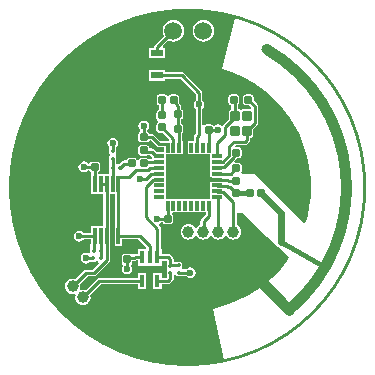
<source format=gtl>
G04*
G04 #@! TF.GenerationSoftware,Altium Limited,Altium Designer,19.0.10 (269)*
G04*
G04 Layer_Physical_Order=1*
G04 Layer_Color=255*
%FSLAX44Y44*%
%MOMM*%
G71*
G01*
G75*
%ADD10C,0.8890*%
%ADD11R,0.4000X1.1000*%
%ADD12R,0.3000X1.4000*%
%ADD13R,1.1000X0.6000*%
%ADD14R,3.6000X3.6000*%
%ADD15R,0.3000X0.8500*%
%ADD16R,0.8500X0.3000*%
G04:AMPARAMS|DCode=17|XSize=0.6mm|YSize=0.6mm|CornerRadius=0.075mm|HoleSize=0mm|Usage=FLASHONLY|Rotation=0.000|XOffset=0mm|YOffset=0mm|HoleType=Round|Shape=RoundedRectangle|*
%AMROUNDEDRECTD17*
21,1,0.6000,0.4500,0,0,0.0*
21,1,0.4500,0.6000,0,0,0.0*
1,1,0.1500,0.2250,-0.2250*
1,1,0.1500,-0.2250,-0.2250*
1,1,0.1500,-0.2250,0.2250*
1,1,0.1500,0.2250,0.2250*
%
%ADD17ROUNDEDRECTD17*%
G04:AMPARAMS|DCode=18|XSize=0.6mm|YSize=0.6mm|CornerRadius=0.075mm|HoleSize=0mm|Usage=FLASHONLY|Rotation=270.000|XOffset=0mm|YOffset=0mm|HoleType=Round|Shape=RoundedRectangle|*
%AMROUNDEDRECTD18*
21,1,0.6000,0.4500,0,0,270.0*
21,1,0.4500,0.6000,0,0,270.0*
1,1,0.1500,-0.2250,-0.2250*
1,1,0.1500,-0.2250,0.2250*
1,1,0.1500,0.2250,0.2250*
1,1,0.1500,0.2250,-0.2250*
%
%ADD18ROUNDEDRECTD18*%
G04:AMPARAMS|DCode=19|XSize=0.875mm|YSize=0.775mm|CornerRadius=0.0969mm|HoleSize=0mm|Usage=FLASHONLY|Rotation=270.000|XOffset=0mm|YOffset=0mm|HoleType=Round|Shape=RoundedRectangle|*
%AMROUNDEDRECTD19*
21,1,0.8750,0.5813,0,0,270.0*
21,1,0.6813,0.7750,0,0,270.0*
1,1,0.1938,-0.2906,-0.3406*
1,1,0.1938,-0.2906,0.3406*
1,1,0.1938,0.2906,0.3406*
1,1,0.1938,0.2906,-0.3406*
%
%ADD19ROUNDEDRECTD19*%
G04:AMPARAMS|DCode=20|XSize=0.3mm|YSize=0.3mm|CornerRadius=0.0375mm|HoleSize=0mm|Usage=FLASHONLY|Rotation=270.000|XOffset=0mm|YOffset=0mm|HoleType=Round|Shape=RoundedRectangle|*
%AMROUNDEDRECTD20*
21,1,0.3000,0.2250,0,0,270.0*
21,1,0.2250,0.3000,0,0,270.0*
1,1,0.0750,-0.1125,-0.1125*
1,1,0.0750,-0.1125,0.1125*
1,1,0.0750,0.1125,0.1125*
1,1,0.0750,0.1125,-0.1125*
%
%ADD20ROUNDEDRECTD20*%
G04:AMPARAMS|DCode=21|XSize=0.3mm|YSize=0.3mm|CornerRadius=0.0375mm|HoleSize=0mm|Usage=FLASHONLY|Rotation=0.000|XOffset=0mm|YOffset=0mm|HoleType=Round|Shape=RoundedRectangle|*
%AMROUNDEDRECTD21*
21,1,0.3000,0.2250,0,0,0.0*
21,1,0.2250,0.3000,0,0,0.0*
1,1,0.0750,0.1125,-0.1125*
1,1,0.0750,-0.1125,-0.1125*
1,1,0.0750,-0.1125,0.1125*
1,1,0.0750,0.1125,0.1125*
%
%ADD21ROUNDEDRECTD21*%
%ADD22C,0.2500*%
%ADD23C,0.5588*%
%ADD24C,0.4572*%
%ADD25C,0.2540*%
%ADD26C,1.5200*%
%ADD27C,1.0000*%
%ADD28C,0.6000*%
G36*
X236592Y482323D02*
X248234Y480479D01*
X258812Y477940D01*
X259463Y476849D01*
X248056Y433832D01*
X256864Y430844D01*
X266129Y426720D01*
X274800Y421640D01*
X284480Y414772D01*
X292608Y407496D01*
X299720Y399823D01*
X305483Y391958D01*
X310896Y383308D01*
X313944Y377386D01*
X316992Y369892D01*
X320040Y359908D01*
X322072Y350892D01*
X323088Y340521D01*
Y325120D01*
X322072Y316992D01*
X320847Y309905D01*
X319213Y303680D01*
X317799Y303289D01*
X317796Y303290D01*
X303784Y316992D01*
X275320Y344827D01*
X265001Y344857D01*
X264380Y346129D01*
X264545Y346376D01*
X264720Y347254D01*
Y351754D01*
X264545Y352632D01*
X264048Y353376D01*
X263304Y353873D01*
X262426Y354048D01*
X259169D01*
X258643Y355318D01*
X260409Y357084D01*
X261017Y357993D01*
X261051Y358168D01*
X262426D01*
X263304Y358343D01*
X264048Y358840D01*
X264545Y359584D01*
X264720Y360462D01*
Y364962D01*
X264545Y365840D01*
X264048Y366584D01*
X263304Y367081D01*
X262426Y367256D01*
X260074D01*
X259438Y368526D01*
X259833Y369052D01*
X267421D01*
X268494Y369266D01*
X269404Y369873D01*
X271123Y371593D01*
X271731Y372503D01*
X271944Y373576D01*
Y374798D01*
X272904Y374989D01*
X273721Y375535D01*
X274267Y376352D01*
X274458Y377315D01*
Y382679D01*
X277643Y385863D01*
X278250Y386773D01*
X278464Y387846D01*
Y402092D01*
X278250Y403165D01*
X277643Y404075D01*
X274800Y406917D01*
Y409746D01*
X274625Y410624D01*
X274128Y411368D01*
X273384Y411865D01*
X272506Y412040D01*
X268006D01*
X267128Y411865D01*
X266384Y411368D01*
X265887Y410624D01*
X265712Y409746D01*
Y405246D01*
X265887Y404368D01*
X266384Y403624D01*
X267128Y403127D01*
X268006Y402952D01*
X270835D01*
X272518Y401269D01*
X272464Y399823D01*
X271941Y399394D01*
X266129D01*
X265166Y399203D01*
X265144Y399188D01*
X264160Y398743D01*
X263176Y399188D01*
X263155Y399203D01*
X262191Y399394D01*
X261478D01*
Y403318D01*
X261936Y403624D01*
X262433Y404368D01*
X262608Y405246D01*
Y409746D01*
X262433Y410624D01*
X261936Y411368D01*
X261192Y411865D01*
X260314Y412040D01*
X255814D01*
X254936Y411865D01*
X254192Y411368D01*
X253695Y410624D01*
X253520Y409746D01*
Y405246D01*
X253695Y404368D01*
X254192Y403624D01*
X254936Y403127D01*
X255814Y402952D01*
X255871D01*
Y399293D01*
X255415Y399203D01*
X254599Y398657D01*
X254053Y397840D01*
X253862Y396877D01*
Y391513D01*
X248764Y386416D01*
X248157Y385506D01*
X248056Y385464D01*
X246753Y386335D01*
X244997Y386684D01*
X243241Y386335D01*
X242222Y385654D01*
X241605Y385418D01*
X240622Y385935D01*
X240600Y385968D01*
X239856Y386465D01*
X238978Y386640D01*
X234478D01*
X233600Y386465D01*
X232856Y385968D01*
X232674Y385696D01*
X231404Y386081D01*
Y399954D01*
X231844Y400248D01*
X232839Y401736D01*
X233188Y403492D01*
X232839Y405248D01*
X231844Y406737D01*
X231404Y407031D01*
Y413512D01*
X231190Y414585D01*
X230583Y415495D01*
X216055Y430023D01*
X215145Y430630D01*
X214072Y430844D01*
X200040D01*
Y432540D01*
X186040D01*
Y423540D01*
X200040D01*
Y425236D01*
X212911D01*
X225796Y412351D01*
Y407031D01*
X225356Y406737D01*
X224361Y405248D01*
X224012Y403492D01*
X224361Y401736D01*
X225356Y400248D01*
X225796Y399954D01*
Y378908D01*
X224973Y378086D01*
X224366Y377176D01*
X224152Y376103D01*
Y372642D01*
X218956D01*
Y361142D01*
X238206D01*
Y351892D01*
Y341892D01*
X239776D01*
Y337892D01*
X238206D01*
Y331892D01*
Y323642D01*
X200706D01*
Y331892D01*
Y341892D01*
Y351892D01*
Y361142D01*
X214956D01*
Y372642D01*
X214510D01*
Y379528D01*
X214761Y379904D01*
X214936Y380782D01*
Y385282D01*
X214761Y386160D01*
X214264Y386904D01*
X213520Y387402D01*
X213236Y387458D01*
Y390782D01*
X213600Y390855D01*
X214344Y391352D01*
X214841Y392096D01*
X215016Y392974D01*
Y397474D01*
X214841Y398352D01*
X214344Y399096D01*
X213600Y399594D01*
X213276Y399658D01*
Y401974D01*
X213062Y403047D01*
X212455Y403957D01*
X211758Y404654D01*
Y405666D01*
X211748Y405715D01*
Y409666D01*
X211573Y410544D01*
X211076Y411288D01*
X210332Y411785D01*
X209454Y411960D01*
X204954D01*
X204076Y411785D01*
X203332Y411288D01*
X202864Y410589D01*
X202576Y410544D01*
X201837D01*
X201548Y410589D01*
X201081Y411288D01*
X200337Y411785D01*
X199459Y411960D01*
X194959D01*
X194081Y411785D01*
X193337Y411288D01*
X192839Y410544D01*
X192665Y409666D01*
Y405166D01*
X192839Y404288D01*
X193337Y403544D01*
X194081Y403047D01*
X194353Y402993D01*
Y398652D01*
X193976Y398577D01*
X193232Y398080D01*
X192735Y397336D01*
X192560Y396458D01*
Y391958D01*
X192735Y391080D01*
X193232Y390336D01*
X193931Y389869D01*
X193976Y389580D01*
Y388841D01*
X193931Y388553D01*
X193232Y388085D01*
X192735Y387341D01*
X192560Y386463D01*
Y381963D01*
X192735Y381085D01*
X193232Y380341D01*
X193976Y379844D01*
X194854Y379669D01*
X197683D01*
X203440Y373912D01*
X202914Y372642D01*
X201977D01*
X201706Y372696D01*
X195803D01*
X190597Y377903D01*
X189687Y378510D01*
X188614Y378724D01*
X186298D01*
X186233Y379048D01*
X185736Y379792D01*
X184992Y380289D01*
X184730Y380341D01*
X184721Y381561D01*
X185108Y381820D01*
X186103Y383308D01*
X186452Y385064D01*
X186103Y386820D01*
X185108Y388308D01*
X183620Y389303D01*
X181864Y389652D01*
X180108Y389303D01*
X178620Y388308D01*
X177625Y386820D01*
X177276Y385064D01*
X177625Y383308D01*
X178620Y381820D01*
X179007Y381561D01*
X178998Y380341D01*
X178736Y380289D01*
X177992Y379792D01*
X177495Y379048D01*
X177320Y378170D01*
Y373670D01*
X177495Y372792D01*
X177992Y372048D01*
X178736Y371551D01*
X179614Y371376D01*
X184114D01*
X184992Y371551D01*
X185736Y372048D01*
X186233Y372792D01*
X186261Y372928D01*
X187505Y373064D01*
X192659Y367909D01*
X193569Y367302D01*
X194642Y367088D01*
X198956D01*
Y362892D01*
X193171D01*
X190517Y365547D01*
X189607Y366154D01*
X188534Y366368D01*
X186328D01*
Y366994D01*
X186153Y367872D01*
X185656Y368616D01*
X184912Y369113D01*
X184034Y369288D01*
X179534D01*
X178656Y369113D01*
X177912Y368616D01*
X177415Y367872D01*
X177240Y366994D01*
Y362494D01*
X177415Y361616D01*
X177912Y360872D01*
X178656Y360374D01*
X179534Y360200D01*
X184034D01*
X184912Y360374D01*
X185489Y360760D01*
X187373D01*
X189206Y358927D01*
Y357446D01*
X185648D01*
X184912Y357937D01*
X184034Y358112D01*
X179534D01*
X178656Y357937D01*
X177912Y357440D01*
X177441Y356735D01*
X177199Y356696D01*
X176369D01*
X176127Y356735D01*
X175656Y357440D01*
X174912Y357937D01*
X174034Y358112D01*
X169534D01*
X168656Y357937D01*
X167912Y357440D01*
X167415Y356696D01*
X167313Y356186D01*
X165034D01*
X163961Y355973D01*
X163051Y355365D01*
X160616Y352929D01*
X160419D01*
X159687Y352783D01*
X159570Y352705D01*
X158300Y353332D01*
Y355765D01*
X158339Y355823D01*
X158485Y356555D01*
Y358805D01*
X158339Y359537D01*
X157925Y360157D01*
Y361203D01*
X158339Y361823D01*
X158485Y362555D01*
Y364805D01*
X158339Y365537D01*
X158252Y365667D01*
Y367337D01*
X158692Y367632D01*
X159687Y369120D01*
X160036Y370876D01*
X159687Y372632D01*
X158692Y374120D01*
X157204Y375115D01*
X155448Y375464D01*
X153692Y375115D01*
X152204Y374120D01*
X151209Y372632D01*
X150860Y370876D01*
X151209Y369120D01*
X152204Y367632D01*
X152644Y367337D01*
Y365667D01*
X152557Y365537D01*
X152411Y364805D01*
Y362555D01*
X152557Y361823D01*
X152971Y361203D01*
Y360157D01*
X152557Y359537D01*
X152411Y358805D01*
Y356555D01*
X152557Y355823D01*
X152692Y355621D01*
Y351808D01*
X152653Y351749D01*
X152507Y351017D01*
Y348767D01*
X152652Y348039D01*
Y344444D01*
X143092D01*
Y346182D01*
X143336Y346231D01*
X144080Y346728D01*
X144577Y347472D01*
X144752Y348350D01*
Y352850D01*
X144577Y353728D01*
X144080Y354472D01*
X143336Y354969D01*
X142458Y355144D01*
X137958D01*
X137080Y354969D01*
X136336Y354472D01*
X135838Y353728D01*
X135787Y353466D01*
X134567Y353457D01*
X134308Y353844D01*
X132820Y354839D01*
X131064Y355188D01*
X129308Y354839D01*
X127820Y353844D01*
X126825Y352356D01*
X126476Y350600D01*
X126825Y348844D01*
X127820Y347356D01*
X129308Y346361D01*
X131064Y346012D01*
X132820Y346361D01*
X134308Y347356D01*
X134567Y347743D01*
X135787Y347734D01*
X135838Y347472D01*
X136336Y346728D01*
X137080Y346231D01*
X137484Y346150D01*
Y344444D01*
X137368D01*
Y327444D01*
X147564D01*
Y300444D01*
X137368D01*
Y294748D01*
X130891D01*
X130596Y295188D01*
X129108Y296183D01*
X127352Y296532D01*
X125596Y296183D01*
X124108Y295188D01*
X123113Y293700D01*
X122764Y291944D01*
X123113Y290188D01*
X124108Y288700D01*
X125596Y287705D01*
X127352Y287356D01*
X129108Y287705D01*
X130596Y288700D01*
X130891Y289140D01*
X137368D01*
Y287401D01*
X136778Y286517D01*
X136564Y285444D01*
Y281387D01*
X136477Y281257D01*
X136331Y280525D01*
Y278275D01*
X136366Y278102D01*
X135223Y277338D01*
X134916Y277543D01*
X133160Y277892D01*
X131404Y277543D01*
X129916Y276548D01*
X128921Y275060D01*
X128572Y273304D01*
X128921Y271548D01*
X129916Y270060D01*
X131404Y269065D01*
X133160Y268716D01*
X134916Y269065D01*
X136404Y270060D01*
X137383Y270413D01*
X138115Y270267D01*
X140365D01*
X141097Y270413D01*
X141717Y270827D01*
X142763D01*
X143308Y270464D01*
X143393Y270369D01*
X143696Y269056D01*
X138353Y263713D01*
X133066D01*
X131993Y263500D01*
X131083Y262892D01*
X123838Y255647D01*
X123572Y255769D01*
X121884Y256051D01*
X120181Y255887D01*
X118577Y255288D01*
X117184Y254294D01*
X116095Y252973D01*
X115386Y251416D01*
X115103Y249728D01*
X115267Y248024D01*
X115867Y246421D01*
X116861Y245028D01*
X118181Y243939D01*
X119739Y243230D01*
X121426Y242947D01*
X123130Y243111D01*
X124047Y242128D01*
X123765Y240440D01*
X123929Y238736D01*
X124528Y237133D01*
X125522Y235740D01*
X126842Y234651D01*
X128400Y233941D01*
X130088Y233659D01*
X131791Y233823D01*
X133395Y234422D01*
X134788Y235416D01*
X135877Y236737D01*
X136586Y238294D01*
X136869Y239982D01*
X136705Y241686D01*
X136447Y242376D01*
X145267Y251196D01*
X176944D01*
Y247000D01*
X183944D01*
Y261000D01*
X176944D01*
Y256804D01*
X144106D01*
X143033Y256590D01*
X142123Y255983D01*
X132500Y246359D01*
X132233Y246481D01*
X130546Y246763D01*
X128842Y246599D01*
X127925Y247582D01*
X128207Y249270D01*
X128043Y250974D01*
X127785Y251664D01*
X134227Y258106D01*
X139515D01*
X140588Y258319D01*
X141497Y258927D01*
X152351Y269780D01*
X152958Y270690D01*
X153172Y271763D01*
Y283444D01*
X153368D01*
Y300444D01*
X153172D01*
Y327444D01*
X157564D01*
Y300444D01*
X157368D01*
Y283444D01*
X163368D01*
Y289140D01*
X177223D01*
X184093Y282270D01*
X184026Y281000D01*
X176944D01*
Y277044D01*
X174694D01*
X173621Y276830D01*
X173366Y276660D01*
X170676D01*
X169810Y276832D01*
X165310D01*
X164432Y276657D01*
X163688Y276160D01*
X163191Y275416D01*
X163016Y274538D01*
Y270038D01*
X163191Y269160D01*
X163656Y268464D01*
X164269Y267535D01*
X163965Y266819D01*
X163361Y265916D01*
X163012Y264160D01*
X163361Y262404D01*
X164356Y260916D01*
X165844Y259921D01*
X167600Y259572D01*
X169356Y259921D01*
X170844Y260916D01*
X171839Y262404D01*
X172188Y264160D01*
X171839Y265916D01*
X171210Y266856D01*
X170897Y267494D01*
X171489Y268501D01*
X171929Y269160D01*
X172104Y270038D01*
Y271052D01*
X174310D01*
X175383Y271266D01*
X175638Y271436D01*
X176944D01*
Y267000D01*
X196944D01*
Y271196D01*
X201343D01*
X201412Y271127D01*
Y269099D01*
X201325Y268969D01*
X201179Y268237D01*
Y265987D01*
X201325Y265255D01*
X201739Y264635D01*
Y263589D01*
X201325Y262969D01*
X201179Y262237D01*
Y259987D01*
X201325Y259255D01*
X201412Y259125D01*
Y257169D01*
X201047Y256804D01*
X196944D01*
Y261000D01*
X189944D01*
Y247000D01*
X196944D01*
Y251196D01*
X202208D01*
X203281Y251410D01*
X204191Y252017D01*
X206199Y254025D01*
X206806Y254935D01*
X207020Y256008D01*
Y259125D01*
X207107Y259255D01*
X207129Y259367D01*
X208424D01*
X208437Y259303D01*
X208851Y258683D01*
X209471Y258269D01*
X210203Y258123D01*
X212453D01*
X213185Y258269D01*
X213315Y258356D01*
X217771D01*
X218066Y257916D01*
X219554Y256921D01*
X221310Y256572D01*
X223066Y256921D01*
X224554Y257916D01*
X225549Y259404D01*
X225898Y261160D01*
X225549Y262916D01*
X224554Y264404D01*
X223066Y265399D01*
X221310Y265748D01*
X219554Y265399D01*
X218066Y264404D01*
X217771Y263964D01*
X214840D01*
X214173Y265234D01*
X214219Y265303D01*
X214365Y266035D01*
Y268285D01*
X214219Y269017D01*
X213805Y269637D01*
X213185Y270051D01*
X212453Y270197D01*
X210203D01*
X209471Y270051D01*
X209305Y269940D01*
X207020D01*
Y272288D01*
X206806Y273361D01*
X206199Y274271D01*
X204487Y275983D01*
X203577Y276590D01*
X202504Y276804D01*
X196944D01*
Y281000D01*
X196248D01*
Y298296D01*
X196034Y299369D01*
X195427Y300279D01*
X194344Y301361D01*
X194672Y302443D01*
X194863Y302638D01*
X196284Y303588D01*
X196543Y303975D01*
X197763Y303966D01*
X197815Y303704D01*
X198312Y302960D01*
X199056Y302463D01*
X199934Y302288D01*
X204434D01*
X205312Y302463D01*
X206056Y302960D01*
X206553Y303704D01*
X206728Y304582D01*
Y309082D01*
X206553Y309960D01*
X206056Y310704D01*
X205805Y310872D01*
X206190Y312142D01*
X234152D01*
Y309905D01*
X230636Y306389D01*
X230028Y305479D01*
X229815Y304406D01*
Y301663D01*
X229019Y301334D01*
X227661Y300292D01*
X226619Y298934D01*
X225275D01*
X224233Y300292D01*
X222875Y301334D01*
X221294Y301989D01*
X219597Y302212D01*
X217900Y301989D01*
X216319Y301334D01*
X214961Y300292D01*
X213919Y298934D01*
X213264Y297353D01*
X213041Y295656D01*
X213264Y293959D01*
X213919Y292378D01*
X214961Y291020D01*
X216319Y289978D01*
X217900Y289323D01*
X219597Y289100D01*
X221294Y289323D01*
X222875Y289978D01*
X224233Y291020D01*
X225275Y292378D01*
X226619D01*
X227661Y291020D01*
X229019Y289978D01*
X230600Y289323D01*
X232297Y289100D01*
X233994Y289323D01*
X235575Y289978D01*
X236933Y291020D01*
X237975Y292378D01*
X239319D01*
X240361Y291020D01*
X241719Y289978D01*
X243300Y289323D01*
X244997Y289100D01*
X246694Y289323D01*
X248275Y289978D01*
X249633Y291020D01*
X250675Y292378D01*
X252019D01*
X253061Y291020D01*
X254419Y289978D01*
X256000Y289323D01*
X257697Y289100D01*
X259394Y289323D01*
X260975Y289978D01*
X262333Y291020D01*
X263375Y292378D01*
X264030Y293959D01*
X264253Y295656D01*
X264030Y297353D01*
X263375Y298934D01*
X262333Y300292D01*
X260975Y301334D01*
X260501Y301530D01*
Y311912D01*
X265824D01*
X286144Y291592D01*
X305156Y274116D01*
X302775Y270690D01*
X297688Y264160D01*
X290576Y256921D01*
X282448Y249848D01*
X271249Y242376D01*
X259695Y236728D01*
X248845Y232784D01*
X240281Y230465D01*
X249936Y186944D01*
X249936Y186944D01*
X249936D01*
X248939Y186186D01*
X248234Y186017D01*
X236592Y184173D01*
X224841Y183248D01*
X218948Y183248D01*
X213055D01*
X201304Y184173D01*
X189662Y186017D01*
X178200Y188768D01*
X166990Y192411D01*
X156101Y196921D01*
X145598Y202273D01*
X135548Y208431D01*
X126012Y215360D01*
X117049Y223015D01*
X108715Y231349D01*
X101060Y240312D01*
X94131Y249848D01*
X87973Y259898D01*
X82621Y270401D01*
X78111Y281290D01*
X74468Y292500D01*
X71717Y303962D01*
X69873Y315604D01*
X68948Y327355D01*
X68948Y333248D01*
Y339142D01*
X69873Y350892D01*
X71717Y362534D01*
X74468Y373996D01*
X78111Y385206D01*
X82621Y396095D01*
X87973Y406598D01*
X94131Y416648D01*
X101060Y426184D01*
X108715Y435147D01*
X117049Y443481D01*
X126012Y451136D01*
X135548Y458065D01*
X145598Y464223D01*
X156101Y469575D01*
X166990Y474085D01*
X178200Y477728D01*
X189662Y480479D01*
X201304Y482323D01*
X213055Y483248D01*
X224841D01*
X236592Y482323D01*
D02*
G37*
%LPC*%
G36*
X232332Y474995D02*
X229956Y474682D01*
X227743Y473765D01*
X225842Y472306D01*
X224383Y470405D01*
X223466Y468192D01*
X223153Y465816D01*
X223466Y463440D01*
X224383Y461227D01*
X225842Y459326D01*
X227743Y457867D01*
X229956Y456950D01*
X232332Y456637D01*
X234708Y456950D01*
X236921Y457867D01*
X238822Y459326D01*
X240281Y461227D01*
X241198Y463440D01*
X241511Y465816D01*
X241198Y468192D01*
X240281Y470405D01*
X238822Y472306D01*
X236921Y473765D01*
X234708Y474682D01*
X232332Y474995D01*
D02*
G37*
G36*
X206932D02*
X204556Y474682D01*
X202343Y473765D01*
X200442Y472306D01*
X198983Y470405D01*
X198066Y468192D01*
X197754Y465816D01*
X198066Y463440D01*
X198806Y461655D01*
X191057Y453907D01*
X190450Y452997D01*
X190236Y451924D01*
Y451540D01*
X186040D01*
Y442540D01*
X200040D01*
Y451540D01*
X198281D01*
X197794Y452713D01*
X202771Y457690D01*
X204556Y456950D01*
X206932Y456637D01*
X209308Y456950D01*
X211521Y457867D01*
X213422Y459326D01*
X214881Y461227D01*
X215798Y463440D01*
X216110Y465816D01*
X215798Y468192D01*
X214881Y470405D01*
X213422Y472306D01*
X211521Y473765D01*
X209308Y474682D01*
X206932Y474995D01*
D02*
G37*
%LPD*%
D10*
X305216Y229832D02*
G03*
X286144Y450043I-86776J103416D01*
G01*
X276160Y258888D02*
X305216Y229832D01*
D11*
X180444Y274000D02*
D03*
X186944D02*
D03*
X193444D02*
D03*
Y254000D02*
D03*
X186944D02*
D03*
X180444D02*
D03*
D12*
X140368Y335944D02*
D03*
X145368D02*
D03*
X150368D02*
D03*
X155368D02*
D03*
X160368D02*
D03*
Y291944D02*
D03*
X155368D02*
D03*
X150368D02*
D03*
X145368D02*
D03*
X140368D02*
D03*
D13*
X215040Y437540D02*
D03*
X193040Y428040D02*
D03*
Y447040D02*
D03*
D14*
X219456Y342392D02*
D03*
D15*
X201956Y366892D02*
D03*
X206956D02*
D03*
X211956D02*
D03*
X216956D02*
D03*
X221956D02*
D03*
X226956D02*
D03*
X231956D02*
D03*
X236956D02*
D03*
Y317892D02*
D03*
X231956D02*
D03*
X226956D02*
D03*
X221956D02*
D03*
X216956D02*
D03*
X211956D02*
D03*
X206956D02*
D03*
X201956D02*
D03*
D16*
X243956Y359892D02*
D03*
Y354892D02*
D03*
Y349892D02*
D03*
Y344892D02*
D03*
Y339892D02*
D03*
Y334892D02*
D03*
Y329892D02*
D03*
Y324892D02*
D03*
X194956D02*
D03*
Y329892D02*
D03*
Y334892D02*
D03*
Y339892D02*
D03*
Y344892D02*
D03*
Y349892D02*
D03*
Y354892D02*
D03*
Y359892D02*
D03*
D17*
X260176Y362712D02*
D03*
X270176Y362712D02*
D03*
X260176Y349504D02*
D03*
X270176Y349504D02*
D03*
X271437Y328168D02*
D03*
X281432Y328168D02*
D03*
X197209Y407416D02*
D03*
X207204Y407416D02*
D03*
X220472Y395224D02*
D03*
X210472Y395224D02*
D03*
X220392Y383032D02*
D03*
X210392Y383032D02*
D03*
X171864Y375920D02*
D03*
X181864Y375920D02*
D03*
X171784Y364744D02*
D03*
X181784Y364744D02*
D03*
X171784Y353568D02*
D03*
X181784Y353568D02*
D03*
X157560Y272288D02*
D03*
X167560Y272288D02*
D03*
D18*
X260096Y338248D02*
D03*
X260096Y328248D02*
D03*
X258064Y407496D02*
D03*
X258064Y417496D02*
D03*
X270256Y407496D02*
D03*
X270256Y417496D02*
D03*
X236728Y392096D02*
D03*
X236728Y382096D02*
D03*
X197104Y384213D02*
D03*
X197104Y394208D02*
D03*
X140208Y360600D02*
D03*
X140208Y350600D02*
D03*
X202184Y296832D02*
D03*
X202184Y306832D02*
D03*
D19*
X259285Y393471D02*
D03*
X269035Y380721D02*
D03*
Y393471D02*
D03*
X259285Y380721D02*
D03*
D20*
X155448Y363680D02*
D03*
Y357680D02*
D03*
X204216Y267112D02*
D03*
Y261112D02*
D03*
X211328Y267160D02*
D03*
Y261160D02*
D03*
D21*
X155544Y349892D02*
D03*
X161544D02*
D03*
X145368Y279400D02*
D03*
X139368D02*
D03*
X139240Y273304D02*
D03*
X145240D02*
D03*
D22*
X220472Y395224D02*
Y403597D01*
X207509Y416560D02*
X220472Y403597D01*
X171864Y427540D02*
X182844Y416560D01*
X207509D01*
X193040Y447040D02*
Y451924D01*
X206932Y465816D01*
X228600Y403492D02*
Y413512D01*
X214072Y428040D02*
X228600Y413512D01*
X193040Y428040D02*
X214072D01*
X215040Y437540D02*
X229812D01*
X249856Y417496D01*
X171864Y427540D02*
X181864Y437540D01*
X215040D01*
X270397Y279605D02*
Y295656D01*
Y264651D02*
Y279605D01*
Y264651D02*
X276160Y258888D01*
X207424Y285496D02*
X260237D01*
X270397Y295656D01*
X202838Y290082D02*
X207424Y285496D01*
X202838Y290082D02*
Y296178D01*
X202184Y296832D02*
X202838Y296178D01*
X181160Y223520D02*
X186944Y229304D01*
X133232Y223520D02*
X181160D01*
X112776Y243976D02*
X133232Y223520D01*
X112776Y243976D02*
Y296206D01*
X123952Y307382D01*
Y351620D01*
X132932Y360600D02*
X140208D01*
X123952Y351620D02*
X132932Y360600D01*
X188534Y363564D02*
X192206Y359892D01*
X182964Y363564D02*
X188534D01*
X175672Y347818D02*
X185484D01*
X169548Y341694D02*
X175672Y347818D01*
X178384Y340360D02*
X183683D01*
X150368Y291944D02*
Y335944D01*
X219632Y228840D02*
X270397Y279605D01*
X219632Y196616D02*
Y228840D01*
X202184Y306832D02*
X202697Y306319D01*
X254811Y333534D02*
X260136Y328208D01*
X257697Y295656D02*
Y320790D01*
X248845Y329642D02*
X257697Y320790D01*
X244206Y329642D02*
X248845D01*
X243956Y329892D02*
X244206Y329642D01*
X253058Y333534D02*
X254811D01*
X251949Y334642D02*
X253058Y333534D01*
X244206Y334642D02*
X251949D01*
X243956Y324892D02*
X244747D01*
X244997Y324642D01*
Y295656D02*
Y324642D01*
X236956Y308743D02*
Y317892D01*
X232619Y304406D02*
X236956Y308743D01*
X232619Y295978D02*
Y304406D01*
X232297Y295656D02*
X232619Y295978D01*
X130317Y240211D02*
X144106Y254000D01*
X150368Y271763D02*
Y291944D01*
X139515Y260909D02*
X150368Y271763D01*
X133066Y260909D02*
X139515D01*
X121655Y249499D02*
X133066Y260909D01*
X144106Y254000D02*
X180444D01*
X211328Y261160D02*
X221310D01*
X243956Y334892D02*
X244206Y334642D01*
X254000Y338248D02*
X260096D01*
X252356Y339892D02*
X254000Y338248D01*
X243956Y339892D02*
X252356D01*
X127352Y291944D02*
X140368D01*
X171864Y375920D02*
Y427540D01*
X236728Y404368D02*
X249856Y417496D01*
X236728Y392096D02*
Y404368D01*
X192893Y427893D02*
X193040Y428040D01*
X183896Y307844D02*
Y333471D01*
X190067Y339642D01*
X194706D01*
X194956Y339892D01*
X183896Y307844D02*
X193444Y298296D01*
Y274000D02*
Y298296D01*
X183683Y340360D02*
X187965Y344642D01*
X194706D01*
X194956Y344892D01*
X187308Y349642D02*
X194706D01*
X185484Y347818D02*
X187308Y349642D01*
X160618Y341694D02*
X169548D01*
X160368Y341444D02*
X160618Y341694D01*
X160368Y335944D02*
Y341444D01*
X161544Y349892D02*
X165034Y353382D01*
X171598D01*
X171784Y353568D01*
X194706Y354642D02*
X194956Y354892D01*
X182858Y354642D02*
X194706D01*
X181784Y353568D02*
X182858Y354642D01*
X171824Y375880D02*
X171864Y375920D01*
X171824Y364784D02*
Y375880D01*
X171784Y364744D02*
X171824Y364784D01*
X192206Y359892D02*
X194956D01*
X181784Y364744D02*
X182964Y363564D01*
X178384Y291944D02*
X186944Y283384D01*
Y274000D02*
Y283384D01*
X160368Y291944D02*
X178384D01*
X194706Y349642D02*
X194956Y349892D01*
X186944Y229304D02*
X219632Y196616D01*
X186944Y229304D02*
Y254000D01*
X228600Y377747D02*
Y403492D01*
X226956Y376103D02*
X228600Y377747D01*
X226956Y366892D02*
Y376103D01*
X171158Y376626D02*
X171864Y375920D01*
X153066Y376626D02*
X171158D01*
X147512Y371072D02*
X153066Y376626D01*
X147512Y367904D02*
Y371072D01*
X140208Y360600D02*
X147512Y367904D01*
X155448Y363680D02*
Y370876D01*
X133160Y273304D02*
X139240D01*
X145240D02*
X145304Y273368D01*
Y279336D01*
X145368Y279400D01*
X170404Y258410D02*
X176154Y264160D01*
X167600D02*
Y272248D01*
X167560Y272288D02*
X167600Y272248D01*
X167560Y272288D02*
X169128Y273856D01*
X176154Y264160D02*
X183896D01*
X162663Y258410D02*
X170404D01*
X145288Y292024D02*
X145368Y291944D01*
Y279400D02*
Y291944D01*
X140230Y286306D02*
Y291806D01*
X139368Y285444D02*
X140230Y286306D01*
X139368Y279400D02*
Y285444D01*
X271397Y328208D02*
X271437Y328168D01*
X249856Y417496D02*
X258064D01*
X243956Y370956D02*
X250747Y377747D01*
Y384433D01*
X259285Y392971D01*
Y393471D01*
X243956Y359892D02*
Y370956D01*
X236728Y382096D02*
X244997D01*
X216956Y379596D02*
X220392Y383032D01*
X216956Y366892D02*
Y379596D01*
X220432Y395184D02*
X220472Y395224D01*
X220432Y383072D02*
Y395184D01*
X220392Y383032D02*
X220432Y383072D01*
X181864Y375920D02*
Y385064D01*
X131064Y350600D02*
X140208D01*
X183896Y264160D02*
X186194Y261862D01*
Y254750D02*
Y261862D01*
Y254750D02*
X186944Y254000D01*
X157560Y263512D02*
X162663Y258410D01*
X157560Y263512D02*
Y272288D01*
X155368Y281194D02*
X157524Y279038D01*
Y272324D02*
Y279038D01*
Y272324D02*
X157560Y272288D01*
X155368Y281194D02*
Y291944D01*
X211304Y267136D02*
X211328Y267160D01*
X204240Y267136D02*
X211304D01*
X204216Y267112D02*
X204240Y267136D01*
X258064Y417496D02*
X270256D01*
X270336Y417576D02*
X275660D01*
X270256Y417496D02*
X270336Y417576D01*
X275660D02*
X286512Y406724D01*
Y368808D02*
Y406724D01*
X280416Y362712D02*
X286512Y368808D01*
X270176Y362712D02*
X280416D01*
X270176Y349504D02*
Y362712D01*
X216956Y344892D02*
X219456Y342392D01*
X216956Y344892D02*
Y366892D01*
X219456Y342392D02*
X221956Y339892D01*
X243956D01*
X270256Y407496D02*
X275660Y402092D01*
Y387846D02*
Y402092D01*
X269035Y381221D02*
X275660Y387846D01*
X269035Y380721D02*
Y381221D01*
X258064Y407496D02*
X258675Y406885D01*
Y394081D02*
X259285Y393471D01*
X258675Y394081D02*
Y406885D01*
X269140Y373576D02*
Y380616D01*
X269035Y380721D02*
X269140Y380616D01*
X267421Y371856D02*
X269140Y373576D01*
X258064Y371856D02*
X267421D01*
X254293Y368085D02*
X258064Y371856D01*
X254293Y360589D02*
Y368085D01*
X174310Y273856D02*
X174694Y274240D01*
X169128Y273856D02*
X174310D01*
X174694Y274240D02*
X180204D01*
X193040Y306832D02*
X202184D01*
X211150Y260982D02*
X211328Y261160D01*
X202208Y254000D02*
X204216Y256008D01*
X202504Y274000D02*
X204216Y272288D01*
Y256008D02*
Y261112D01*
Y267112D02*
Y272288D01*
X180204Y274240D02*
X180444Y274000D01*
X193444Y254000D02*
X202208D01*
X193444Y274000D02*
X202504D01*
X155496Y349940D02*
Y357680D01*
X145368Y335944D02*
X150368D01*
X160368Y291944D02*
Y335944D01*
X201956Y317892D02*
X202070Y317778D01*
Y306946D02*
Y317778D01*
Y306946D02*
X202184Y306832D01*
X236728Y382096D02*
X236842Y381982D01*
Y367006D02*
Y381982D01*
Y367006D02*
X236956Y366892D01*
X210432Y395184D02*
X210472Y395224D01*
X210432Y383072D02*
Y395184D01*
X210392Y383032D02*
X210432Y383072D01*
X210392Y383032D02*
X211706Y381718D01*
Y367142D02*
Y381718D01*
Y367142D02*
X211956Y366892D01*
X208954Y403492D02*
X210472Y401974D01*
X208954Y403492D02*
Y405666D01*
X207204Y407416D02*
X208954Y405666D01*
X210472Y395224D02*
Y401974D01*
X197156Y407364D02*
X197209Y407416D01*
X197156Y394260D02*
Y407364D01*
X197104Y394208D02*
X197156Y394260D01*
X197104Y384213D02*
X206706Y374611D01*
Y367142D02*
Y374611D01*
Y367142D02*
X206956Y366892D01*
X188614Y375920D02*
X194642Y369892D01*
X201706D01*
X201956Y369642D01*
Y366892D02*
Y369642D01*
X181864Y375920D02*
X188614D01*
X155496Y349940D02*
X155544Y349892D01*
X155368Y335944D02*
X155456Y336032D01*
Y349804D01*
X155544Y349892D01*
X255564Y344892D02*
X260176Y349504D01*
X243956Y344892D02*
X255564D01*
X248845Y355142D02*
X254293Y360589D01*
X244206Y355142D02*
X248845D01*
X243956Y354892D02*
X244206Y355142D01*
X258426Y359066D02*
Y360962D01*
X249502Y350142D02*
X258426Y359066D01*
X244206Y350142D02*
X249502D01*
X258426Y360962D02*
X260176Y362712D01*
X243956Y349892D02*
X244206Y350142D01*
X140208Y350600D02*
X140288Y350520D01*
Y336024D02*
Y350520D01*
Y336024D02*
X140368Y335944D01*
X139368Y279400D02*
X139480Y279512D01*
D23*
X281432Y328168D02*
X298397Y311203D01*
Y286994D02*
Y311203D01*
D24*
Y286994D02*
X335353Y265748D01*
X260136Y328208D02*
X271397D01*
D25*
X305216Y229832D02*
Y231029D01*
X368948Y333248D02*
G03*
X368948Y333248I-150000J0D01*
G01*
D26*
X206932Y465816D02*
D03*
X219632Y196616D02*
D03*
X232332Y465816D02*
D03*
D27*
X244997Y295656D02*
D03*
X232297D02*
D03*
X219597D02*
D03*
X270397D02*
D03*
X257697D02*
D03*
X121655Y249499D02*
D03*
X130317Y240211D02*
D03*
D28*
X178384Y340360D02*
D03*
X127352Y291944D02*
D03*
X228600Y403492D02*
D03*
X155448Y370876D02*
D03*
X133160Y273304D02*
D03*
X167600Y264160D02*
D03*
X244997Y382096D02*
D03*
X181864Y385064D02*
D03*
X131064Y350600D02*
D03*
X221310Y261160D02*
D03*
X193040Y306832D02*
D03*
M02*

</source>
